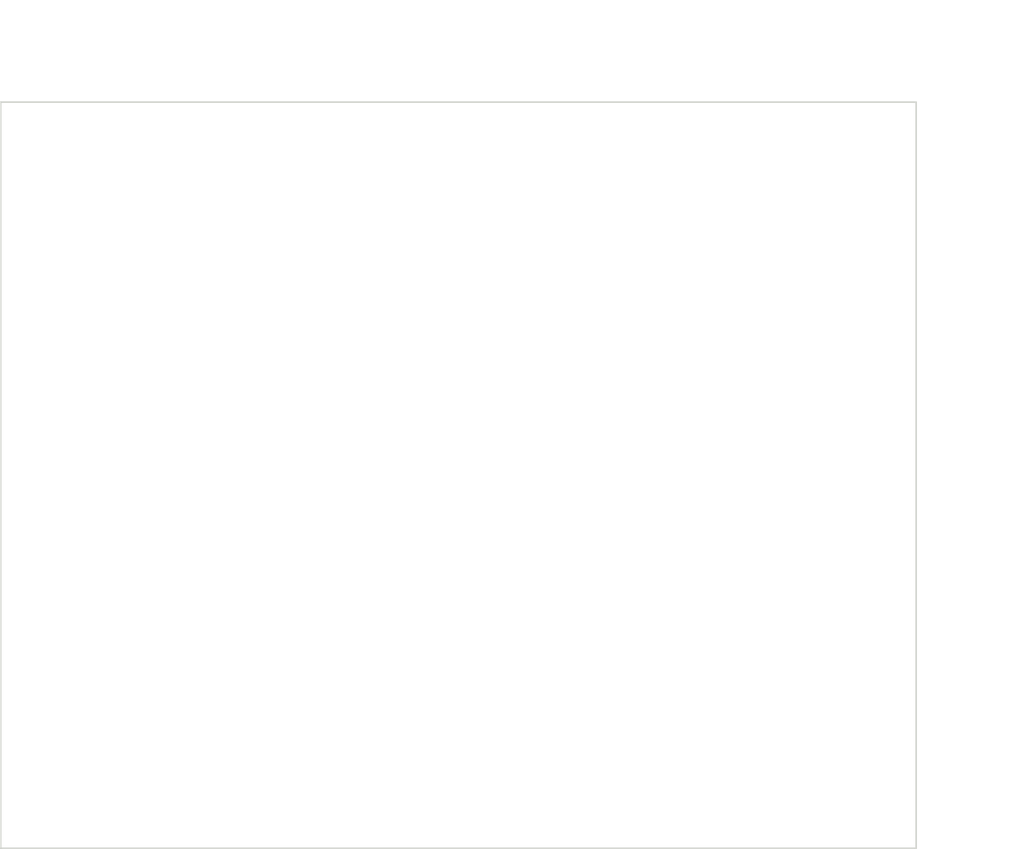
<source format=kicad_pcb>
(kicad_pcb (version 20221018) (generator pcbnew)

  (general
    (thickness 1.6)
  )

  (paper "A4")
  (layers
    (0 "F.Cu" signal)
    (31 "B.Cu" signal)
    (32 "B.Adhes" user "B.Adhesive")
    (33 "F.Adhes" user "F.Adhesive")
    (34 "B.Paste" user)
    (35 "F.Paste" user)
    (36 "B.SilkS" user "B.Silkscreen")
    (37 "F.SilkS" user "F.Silkscreen")
    (38 "B.Mask" user)
    (39 "F.Mask" user)
    (40 "Dwgs.User" user "User.Drawings")
    (41 "Cmts.User" user "User.Comments")
    (42 "Eco1.User" user "User.Eco1")
    (43 "Eco2.User" user "User.Eco2")
    (44 "Edge.Cuts" user)
    (45 "Margin" user)
    (46 "B.CrtYd" user "B.Courtyard")
    (47 "F.CrtYd" user "F.Courtyard")
    (48 "B.Fab" user)
    (49 "F.Fab" user)
  )

  (setup
    (pad_to_mask_clearance 0.051)
    (solder_mask_min_width 0.25)
    (pcbplotparams
      (layerselection 0x00010fc_ffffffff)
      (plot_on_all_layers_selection 0x0000000_00000000)
      (disableapertmacros false)
      (usegerberextensions false)
      (usegerberattributes false)
      (usegerberadvancedattributes false)
      (creategerberjobfile false)
      (dashed_line_dash_ratio 12.000000)
      (dashed_line_gap_ratio 3.000000)
      (svgprecision 4)
      (plotframeref false)
      (viasonmask false)
      (mode 1)
      (useauxorigin false)
      (hpglpennumber 1)
      (hpglpenspeed 20)
      (hpglpendiameter 15.000000)
      (dxfpolygonmode true)
      (dxfimperialunits true)
      (dxfusepcbnewfont true)
      (psnegative false)
      (psa4output false)
      (plotreference true)
      (plotvalue true)
      (plotinvisibletext false)
      (sketchpadsonfab false)
      (subtractmaskfromsilk false)
      (outputformat 1)
      (mirror false)
      (drillshape 1)
      (scaleselection 1)
      (outputdirectory "")
    )
  )

  (net 0 "")

  (gr_line (start 183.707617 141.291961) (end 195.882617 141.291961)
    (stroke (width 0.2) (type solid)) (layer "Dwgs.User") (tstamp 09a9dd9d-5d36-4ce1-8d38-994ba2ac1bf2))
  (gr_line (start 180.707617 34.291961) (end 147.912631 34.291961)
    (stroke (width 0.2) (type solid)) (layer "Dwgs.User") (tstamp 4f93bee2-8d10-4a5c-9f21-6d510f0d2fa5))
  (gr_line (start 183.707617 44.291961) (end 195.882617 44.291961)
    (stroke (width 0.2) (type solid)) (layer "Dwgs.User") (tstamp 72d3312c-435f-45a0-b2f2-e582717b0d37))
  (gr_line (start 192.707617 139.291961) (end 192.707617 115.099396)
    (stroke (width 0.2) (type solid)) (layer "Dwgs.User") (tstamp 97886aec-eca5-47cf-bb89-1b90275982f5))
  (gr_line (start 63.707617 43.291961) (end 63.707617 31.116961)
    (stroke (width 0.2) (type solid)) (layer "Dwgs.User") (tstamp bb8b5ac3-572c-45e2-b729-0df3b7f297dc))
  (gr_line (start 192.707617 46.291961) (end 192.707617 107.984525)
    (stroke (width 0.2) (type solid)) (layer "Dwgs.User") (tstamp c4782697-715f-4d11-8714-1d06f9b90ff1))
  (gr_line (start 182.707617 43.291961) (end 182.707617 31.116961)
    (stroke (width 0.2) (type solid)) (layer "Dwgs.User") (tstamp ece1b533-199f-4fc8-b401-82f328bfd3dc))
  (gr_line (start 65.707617 34.291961) (end 138.502604 34.291961)
    (stroke (width 0.2) (type solid)) (layer "Dwgs.User") (tstamp f65acd46-69ec-46ef-ae86-2e5fccd531ef))
  (gr_line (start 182.707617 44.291961) (end 63.707617 44.291961)
    (stroke (width 0.2) (type solid)) (layer "Edge.Cuts") (tstamp 1a2f2874-6943-43fd-88f5-bfb87ce5c3c4))
  (gr_line (start 182.707617 141.291961) (end 182.707617 44.291961)
    (stroke (width 0.2) (type solid)) (layer "Edge.Cuts") (tstamp 4b34b931-f3d0-4bdd-8abe-70fcc1c58f19))
  (gr_line (start 63.707617 141.291961) (end 182.707617 141.291961)
    (stroke (width 0.2) (type solid)) (layer "Edge.Cuts") (tstamp 85da61aa-9868-4835-afe6-4cc26bae1689))
  (gr_line (start 63.707617 44.291961) (end 63.707617 141.291961)
    (stroke (width 0.2) (type solid)) (layer "Edge.Cuts") (tstamp c9cdc9d0-00f9-4572-bc14-c2d4f7044d04))
  (gr_text " 97.00" (at 192.707617 109.873987) (layer "Dwgs.User") (tstamp 76fe57fd-96ad-44b2-86e0-4db747a4cc6c)
    (effects (font (size 1.7 1.53) (thickness 0.2125)))
  )
  (gr_text "[3.82]" (at 192.707617 113.431422) (layer "Dwgs.User") (tstamp aaad00d3-7f0b-42c6-9a10-cbf25fe38f48)
    (effects (font (size 1.7 1.53) (thickness 0.2125)))
  )
  (gr_text "[4.69]" (at 143.207617 36.181422) (layer "Dwgs.User") (tstamp f0c51b38-e50e-4842-8664-505e9d06a623)
    (effects (font (size 1.7 1.53) (thickness 0.2125)))
  )
  (gr_text " 119.00" (at 143.207617 32.623987) (layer "Dwgs.User") (tstamp ffafab3e-3776-4454-ac37-7a4db5e41b55)
    (effects (font (size 1.7 1.53) (thickness 0.2125)))
  )

)

</source>
